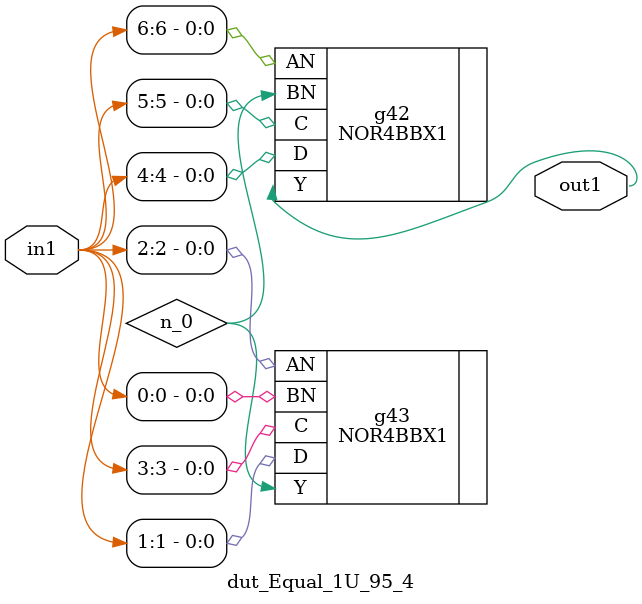
<source format=v>
`timescale 1ps / 1ps


module dut_Equal_1U_95_4(in1, out1);
  input [6:0] in1;
  output out1;
  wire [6:0] in1;
  wire out1;
  wire n_0;
  NOR4BBX1 g42(.AN (in1[6]), .BN (n_0), .C (in1[5]), .D (in1[4]), .Y
       (out1));
  NOR4BBX1 g43(.AN (in1[2]), .BN (in1[0]), .C (in1[3]), .D (in1[1]), .Y
       (n_0));
endmodule



</source>
